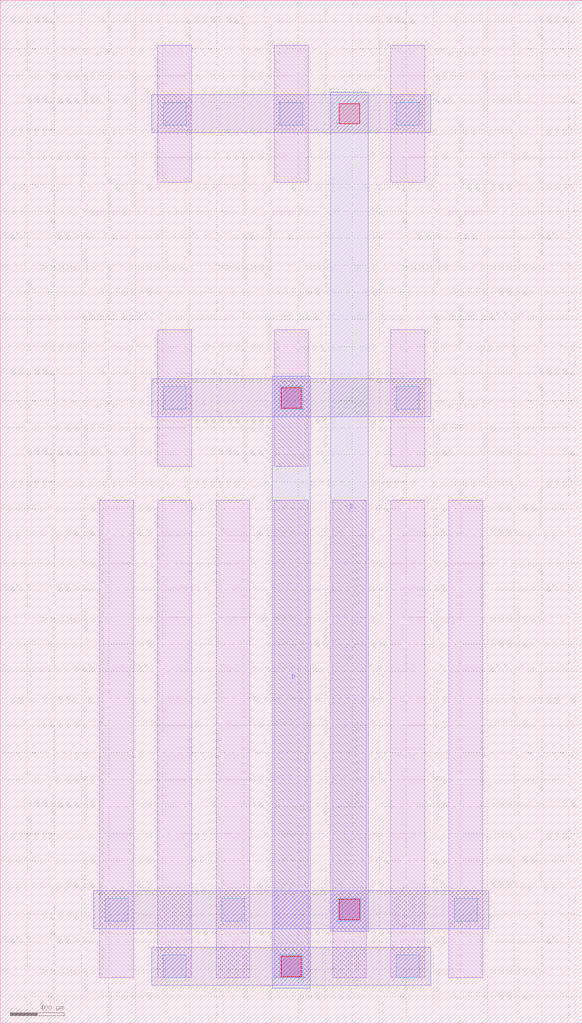
<source format=lef>
MACRO DCL_PMOS_S_70252776_X3_Y1
  UNITS 
    DATABASE MICRONS UNITS 1000;
  END UNITS 
  ORIGIN 0 0 ;
  FOREIGN DCL_PMOS_S_70252776_X3_Y1 0 0 ;
  SIZE 4300 BY 7560 ;
  PIN D
    DIRECTION INOUT ;
    USE SIGNAL ;
    PORT
      LAYER M3 ;
        RECT 2010 260 2290 4780 ;
    END
  END D
  PIN S
    DIRECTION INOUT ;
    USE SIGNAL ;
    PORT
      LAYER M3 ;
        RECT 2440 680 2720 6880 ;
    END
  END S
  OBS
    LAYER M1 ;
      RECT 1165 335 1415 3865 ;
    LAYER M1 ;
      RECT 1165 4115 1415 5125 ;
    LAYER M1 ;
      RECT 1165 6215 1415 7225 ;
    LAYER M1 ;
      RECT 735 335 985 3865 ;
    LAYER M1 ;
      RECT 1595 335 1845 3865 ;
    LAYER M1 ;
      RECT 2025 335 2275 3865 ;
    LAYER M1 ;
      RECT 2025 4115 2275 5125 ;
    LAYER M1 ;
      RECT 2025 6215 2275 7225 ;
    LAYER M1 ;
      RECT 2455 335 2705 3865 ;
    LAYER M1 ;
      RECT 2885 335 3135 3865 ;
    LAYER M1 ;
      RECT 2885 4115 3135 5125 ;
    LAYER M1 ;
      RECT 2885 6215 3135 7225 ;
    LAYER M1 ;
      RECT 3315 335 3565 3865 ;
    LAYER M2 ;
      RECT 1120 280 3180 560 ;
    LAYER M2 ;
      RECT 1120 4480 3180 4760 ;
    LAYER M2 ;
      RECT 690 700 3610 980 ;
    LAYER M2 ;
      RECT 1120 6580 3180 6860 ;
    LAYER V1 ;
      RECT 2925 335 3095 505 ;
    LAYER V1 ;
      RECT 2925 4535 3095 4705 ;
    LAYER V1 ;
      RECT 2925 6635 3095 6805 ;
    LAYER V1 ;
      RECT 1205 335 1375 505 ;
    LAYER V1 ;
      RECT 1205 4535 1375 4705 ;
    LAYER V1 ;
      RECT 1205 6635 1375 6805 ;
    LAYER V1 ;
      RECT 2065 335 2235 505 ;
    LAYER V1 ;
      RECT 2065 4535 2235 4705 ;
    LAYER V1 ;
      RECT 2065 6635 2235 6805 ;
    LAYER V1 ;
      RECT 3355 755 3525 925 ;
    LAYER V1 ;
      RECT 775 755 945 925 ;
    LAYER V1 ;
      RECT 1635 755 1805 925 ;
    LAYER V1 ;
      RECT 2495 755 2665 925 ;
    LAYER V2 ;
      RECT 2075 345 2225 495 ;
    LAYER V2 ;
      RECT 2075 4545 2225 4695 ;
    LAYER V2 ;
      RECT 2505 765 2655 915 ;
    LAYER V2 ;
      RECT 2505 6645 2655 6795 ;
  END
END DCL_PMOS_S_70252776_X3_Y1

</source>
